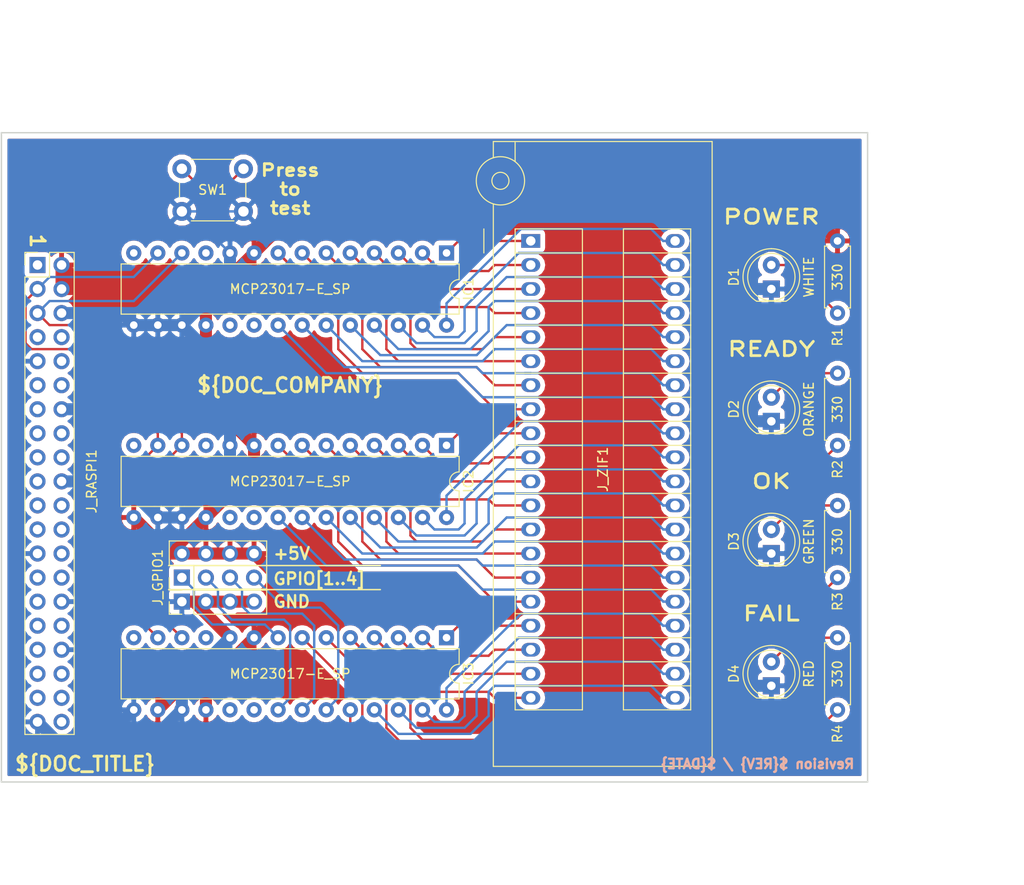
<source format=kicad_pcb>
(kicad_pcb (version 20171130) (host pcbnew "(5.0.0)")
  (title_block (title "Raspberry PI IC Tester") (date 2019-01-02) (company https://github.com/madworx))
  (layers (0 F.Cu signal) (31 B.Cu signal) (34 B.Paste user) (36 B.SilkS user) (37 F.SilkS user) (38 B.Mask user) (39 F.Mask user) (44 Edge.Cuts user))
  (net 0 "")
  (net 1 "Net-(J_RASPI1-Pad1)")
  (net 2 "Net-(J_RASPI1-Pad7)")
  (net 3 "Net-(J_RASPI1-Pad8)")
  (net 4 "Net-(J_RASPI1-Pad10)")
  (net 5 "Net-(J_RASPI1-Pad11)")
  (net 6 "Net-(J_RASPI1-Pad12)")
  (net 7 "Net-(J_RASPI1-Pad13)")
  (net 8 "Net-(J_RASPI1-Pad15)")
  (net 9 "Net-(J_RASPI1-Pad16)")
  (net 10 "Net-(J_RASPI1-Pad17)")
  (net 11 "Net-(J_RASPI1-Pad18)")
  (net 12 "Net-(J_RASPI1-Pad19)")
  (net 13 "Net-(J_RASPI1-Pad21)")
  (net 14 "Net-(J_RASPI1-Pad22)")
  (net 15 "Net-(J_RASPI1-Pad23)")
  (net 16 "Net-(J_RASPI1-Pad24)")
  (net 17 "Net-(J_RASPI1-Pad26)")
  (net 18 "Net-(J_RASPI1-Pad27)")
  (net 19 "Net-(J_RASPI1-Pad28)")
  (net 20 "Net-(J_RASPI1-Pad29)")
  (net 21 "Net-(J_RASPI1-Pad31)")
  (net 22 "Net-(J_RASPI1-Pad32)")
  (net 23 "Net-(J_RASPI1-Pad33)")
  (net 24 "Net-(J_RASPI1-Pad35)")
  (net 25 "Net-(J_RASPI1-Pad36)")
  (net 26 "Net-(J_RASPI1-Pad37)")
  (net 27 "Net-(J_RASPI1-Pad38)")
  (net 28 "Net-(J_RASPI1-Pad40)")
  (net 29 /ZIF01)
  (net 30 /ZIF21)
  (net 31 /ZIF02)
  (net 32 /ZIF22)
  (net 33 /ZIF03)
  (net 34 /ZIF23)
  (net 35 /ZIF04)
  (net 36 /ZIF24)
  (net 37 /ZIF05)
  (net 38 /ZIF25)
  (net 39 /ZIF06)
  (net 40 /ZIF26)
  (net 41 /ZIF07)
  (net 42 /ZIF27)
  (net 43 /ZIF08)
  (net 44 /ZIF28)
  (net 45 /ZIF09)
  (net 46 /ZIF29)
  (net 47 /ZIF10)
  (net 48 /ZIF30)
  (net 49 /ZIF11)
  (net 50 /ZIF31)
  (net 51 /ZIF12)
  (net 52 /ZIF32)
  (net 53 /ZIF13)
  (net 54 /ZIF33)
  (net 55 /ZIF14)
  (net 56 /ZIF34)
  (net 57 /ZIF15)
  (net 58 /ZIF35)
  (net 59 /ZIF16)
  (net 60 /ZIF36)
  (net 61 /ZIF17)
  (net 62 /ZIF37)
  (net 63 /ZIF18)
  (net 64 /ZIF38)
  (net 65 /ZIF19)
  (net 66 /ZIF39)
  (net 67 /ZIF20)
  (net 68 /ZIF40)
  (net 69 VDD)
  (net 70 GND)
  (net 71 /LED_RDY)
  (net 72 /LED_OK)
  (net 73 /LED_FAIL)
  (net 74 /SCL)
  (net 75 /SDA)
  (net 76 "Net-(D1-Pad2)")
  (net 77 "Net-(D2-Pad2)")
  (net 78 "Net-(D3-Pad2)")
  (net 79 "Net-(D4-Pad2)")
  (net 80 /GPIO3)
  (net 81 /GPIO2)
  (net 82 /GPIO1)
  (net 83 /GPIO4)
  (net 84 "Net-(IC3-Pad24)")
  (module Connector_PinHeader_2.54mm:PinHeader_1x04_P2.54mm_Vertical (layer F.Cu) (at 40.005 78.105 90)
    (fp_text reference J1 hide)
    (fp_text value Conn_01x04 hide)
    (pad 1 thru_hole rect (at 0 0 90) (size 1.7 1.7) (drill 1) (layers *.Cu *.Mask) (net 70 GND))
    (pad 2 thru_hole oval (at 0 2.54 90) (size 1.7 1.7) (drill 1) (layers *.Cu *.Mask) (net 70 GND))
    (pad 3 thru_hole oval (at 0 5.08 90) (size 1.7 1.7) (drill 1) (layers *.Cu *.Mask) (net 70 GND))
    (pad 4 thru_hole oval (at 0 7.62 90) (size 1.7 1.7) (drill 1) (layers *.Cu *.Mask) (net 70 GND))
  )
  (module Button_Switch_THT:SW_PUSH_6mm_H13mm (layer F.Cu) (at 40.005 32.385)
    (fp_text reference SW1 (at 3.25 2.2225) (layer F.SilkS))
    (fp_text value SW_SPST)
    (pad 2 thru_hole circle (at 0 4.5 90) (size 2 2) (drill 1.1) (layers *.Cu *.Mask) (net 70 GND))
    (pad 1 thru_hole circle (at 0 0 90) (size 2 2) (drill 1.1) (layers *.Cu *.Mask) (net 84 "Net-(IC3-Pad24)"))
    (pad 2 thru_hole circle (at 6.5 4.5 90) (size 2 2) (drill 1.1) (layers *.Cu *.Mask) (net 70 GND))
    (pad 1 thru_hole circle (at 6.5 0 90) (size 2 2) (drill 1.1) (layers *.Cu *.Mask) (net 84 "Net-(IC3-Pad24)"))
  )
  (module LED_THT:LED_D5.0mm (layer F.Cu) (at 102.235 86.995 90)
    (fp_text reference D4 (at 1.27 -3.96 90) (layer F.SilkS))
    (fp_text value RED (at 1.27 3.96 90) (layer F.SilkS))
    (pad 1 thru_hole rect (at 0 0 90) (size 1.8 1.8) (drill 0.9) (layers *.Cu *.Mask) (net 70 GND))
    (pad 2 thru_hole circle (at 2.54 0 90) (size 1.8 1.8) (drill 0.9) (layers *.Cu *.Mask) (net 79 "Net-(D4-Pad2)"))
  )
  (module LED_THT:LED_D5.0mm (layer F.Cu) (at 102.235 73.025 90)
    (fp_text reference D3 (at 1.27 -3.96 90) (layer F.SilkS))
    (fp_text value GREEN (at 1.27 3.96 90) (layer F.SilkS))
    (pad 2 thru_hole circle (at 2.54 0 90) (size 1.8 1.8) (drill 0.9) (layers *.Cu *.Mask) (net 78 "Net-(D3-Pad2)"))
    (pad 1 thru_hole rect (at 0 0 90) (size 1.8 1.8) (drill 0.9) (layers *.Cu *.Mask) (net 70 GND))
  )
  (module LED_THT:LED_D5.0mm (layer F.Cu) (at 102.235 59.055 90)
    (fp_text reference D2 (at 1.27 -3.96 90) (layer F.SilkS))
    (fp_text value ORANGE (at 1.27 3.96 90) (layer F.SilkS))
    (pad 1 thru_hole rect (at 0 0 90) (size 1.8 1.8) (drill 0.9) (layers *.Cu *.Mask) (net 70 GND))
    (pad 2 thru_hole circle (at 2.54 0 90) (size 1.8 1.8) (drill 0.9) (layers *.Cu *.Mask) (net 77 "Net-(D2-Pad2)"))
  )
  (module LED_THT:LED_D5.0mm_Clear (layer F.Cu) (at 102.235 45.085 90)
    (fp_text reference D1 (at 1.27 -3.96 90) (layer F.SilkS))
    (fp_text value WHITE (at 1.27 3.96 90) (layer F.SilkS))
    (pad 1 thru_hole rect (at 0 0 90) (size 1.8 1.8) (drill 0.9) (layers *.Cu *.Mask) (net 70 GND))
    (pad 2 thru_hole circle (at 2.54 0 90) (size 1.8 1.8) (drill 0.9) (layers *.Cu *.Mask) (net 76 "Net-(D1-Pad2)"))
  )
  (module Connector_PinHeader_2.54mm:PinHeader_2x04_P2.54mm_Vertical (layer F.Cu) (at 40.005 75.565 90)
    (fp_text reference J_GPIO1 (at 0 -2.54 90) (layer F.SilkS))
    (fp_text value Conn_02x04_Odd_Even hide)
    (pad 1 thru_hole rect (at 0 0 90) (size 1.7 1.7) (drill 1) (layers *.Cu *.Mask) (net 82 /GPIO1))
    (pad 2 thru_hole oval (at 2.54 0 90) (size 1.7 1.7) (drill 1) (layers *.Cu *.Mask) (net 69 VDD))
    (pad 3 thru_hole oval (at 0 2.54 90) (size 1.7 1.7) (drill 1) (layers *.Cu *.Mask) (net 81 /GPIO2))
    (pad 4 thru_hole oval (at 2.54 2.54 90) (size 1.7 1.7) (drill 1) (layers *.Cu *.Mask) (net 69 VDD))
    (pad 5 thru_hole oval (at 0 5.08 90) (size 1.7 1.7) (drill 1) (layers *.Cu *.Mask) (net 80 /GPIO3))
    (pad 6 thru_hole oval (at 2.54 5.08 90) (size 1.7 1.7) (drill 1) (layers *.Cu *.Mask) (net 69 VDD))
    (pad 7 thru_hole oval (at 0 7.62 90) (size 1.7 1.7) (drill 1) (layers *.Cu *.Mask) (net 83 /GPIO4))
    (pad 8 thru_hole oval (at 2.54 7.62 90) (size 1.7 1.7) (drill 1) (layers *.Cu *.Mask) (net 69 VDD))
  )
  (module Socket:3M_Textool_240-1288-00-0602J_2x20_P2.54mm (layer F.Cu) (at 76.835 40.005)
    (fp_text reference J_ZIF1 (at 7.62 24.13 90) (layer F.SilkS))
    (fp_text value Conn_02x20_Counter_Clockwise)
    (pad 1 thru_hole rect (at 0 0) (size 2 1.44) (drill 1) (layers *.Cu *.Mask) (net 29 /ZIF01))
    (pad 21 thru_hole oval (at 15.24 48.26) (size 2 1.44) (drill 1) (layers *.Cu *.Mask) (net 30 /ZIF21))
    (pad 2 thru_hole oval (at 0 2.54) (size 2 1.44) (drill 1) (layers *.Cu *.Mask) (net 31 /ZIF02))
    (pad 22 thru_hole oval (at 15.24 45.72) (size 2 1.44) (drill 1) (layers *.Cu *.Mask) (net 32 /ZIF22))
    (pad 3 thru_hole oval (at 0 5.08) (size 2 1.44) (drill 1) (layers *.Cu *.Mask) (net 33 /ZIF03))
    (pad 23 thru_hole oval (at 15.24 43.18) (size 2 1.44) (drill 1) (layers *.Cu *.Mask) (net 34 /ZIF23))
    (pad 4 thru_hole oval (at 0 7.62) (size 2 1.44) (drill 1) (layers *.Cu *.Mask) (net 35 /ZIF04))
    (pad 24 thru_hole oval (at 15.24 40.64) (size 2 1.44) (drill 1) (layers *.Cu *.Mask) (net 36 /ZIF24))
    (pad 5 thru_hole oval (at 0 10.16) (size 2 1.44) (drill 1) (layers *.Cu *.Mask) (net 37 /ZIF05))
    (pad 25 thru_hole oval (at 15.24 38.1) (size 2 1.44) (drill 1) (layers *.Cu *.Mask) (net 38 /ZIF25))
    (pad 6 thru_hole oval (at 0 12.7) (size 2 1.44) (drill 1) (layers *.Cu *.Mask) (net 39 /ZIF06))
    (pad 26 thru_hole oval (at 15.24 35.56) (size 2 1.44) (drill 1) (layers *.Cu *.Mask) (net 40 /ZIF26))
    (pad 7 thru_hole oval (at 0 15.24) (size 2 1.44) (drill 1) (layers *.Cu *.Mask) (net 41 /ZIF07))
    (pad 27 thru_hole oval (at 15.24 33.02) (size 2 1.44) (drill 1) (layers *.Cu *.Mask) (net 42 /ZIF27))
    (pad 8 thru_hole oval (at 0 17.78) (size 2 1.44) (drill 1) (layers *.Cu *.Mask) (net 43 /ZIF08))
    (pad 28 thru_hole oval (at 15.24 30.48) (size 2 1.44) (drill 1) (layers *.Cu *.Mask) (net 44 /ZIF28))
    (pad 9 thru_hole oval (at 0 20.32) (size 2 1.44) (drill 1) (layers *.Cu *.Mask) (net 45 /ZIF09))
    (pad 29 thru_hole oval (at 15.24 27.94) (size 2 1.44) (drill 1) (layers *.Cu *.Mask) (net 46 /ZIF29))
    (pad 10 thru_hole oval (at 0 22.86) (size 2 1.44) (drill 1) (layers *.Cu *.Mask) (net 47 /ZIF10))
    (pad 30 thru_hole oval (at 15.24 25.4) (size 2 1.44) (drill 1) (layers *.Cu *.Mask) (net 48 /ZIF30))
    (pad 11 thru_hole oval (at 0 25.4) (size 2 1.44) (drill 1) (layers *.Cu *.Mask) (net 49 /ZIF11))
    (pad 31 thru_hole oval (at 15.24 22.86) (size 2 1.44) (drill 1) (layers *.Cu *.Mask) (net 50 /ZIF31))
    (pad 12 thru_hole oval (at 0 27.94) (size 2 1.44) (drill 1) (layers *.Cu *.Mask) (net 51 /ZIF12))
    (pad 32 thru_hole oval (at 15.24 20.32) (size 2 1.44) (drill 1) (layers *.Cu *.Mask) (net 52 /ZIF32))
    (pad 13 thru_hole oval (at 0 30.48) (size 2 1.44) (drill 1) (layers *.Cu *.Mask) (net 53 /ZIF13))
    (pad 33 thru_hole oval (at 15.24 17.78) (size 2 1.44) (drill 1) (layers *.Cu *.Mask) (net 54 /ZIF33))
    (pad 14 thru_hole oval (at 0 33.02) (size 2 1.44) (drill 1) (layers *.Cu *.Mask) (net 55 /ZIF14))
    (pad 34 thru_hole oval (at 15.24 15.24) (size 2 1.44) (drill 1) (layers *.Cu *.Mask) (net 56 /ZIF34))
    (pad 15 thru_hole oval (at 0 35.56) (size 2 1.44) (drill 1) (layers *.Cu *.Mask) (net 57 /ZIF15))
    (pad 35 thru_hole oval (at 15.24 12.7) (size 2 1.44) (drill 1) (layers *.Cu *.Mask) (net 58 /ZIF35))
    (pad 16 thru_hole oval (at 0 38.1) (size 2 1.44) (drill 1) (layers *.Cu *.Mask) (net 59 /ZIF16))
    (pad 36 thru_hole oval (at 15.24 10.16) (size 2 1.44) (drill 1) (layers *.Cu *.Mask) (net 60 /ZIF36))
    (pad 17 thru_hole oval (at 0 40.64) (size 2 1.44) (drill 1) (layers *.Cu *.Mask) (net 61 /ZIF17))
    (pad 37 thru_hole oval (at 15.24 7.62) (size 2 1.44) (drill 1) (layers *.Cu *.Mask) (net 62 /ZIF37))
    (pad 18 thru_hole oval (at 0 43.18) (size 2 1.44) (drill 1) (layers *.Cu *.Mask) (net 63 /ZIF18))
    (pad 38 thru_hole oval (at 15.24 5.08) (size 2 1.44) (drill 1) (layers *.Cu *.Mask) (net 64 /ZIF38))
    (pad 19 thru_hole oval (at 0 45.72) (size 2 1.44) (drill 1) (layers *.Cu *.Mask) (net 65 /ZIF19))
    (pad 39 thru_hole oval (at 15.24 2.54) (size 2 1.44) (drill 1) (layers *.Cu *.Mask) (net 66 /ZIF39))
    (pad 20 thru_hole oval (at 0 48.26) (size 2 1.44) (drill 1) (layers *.Cu *.Mask) (net 67 /ZIF20))
    (pad 40 thru_hole oval (at 15.24 0) (size 2 1.44) (drill 1) (layers *.Cu *.Mask) (net 68 /ZIF40))
  )
  (module Package_DIP:DIP-28_W7.62mm (layer F.Cu) (at 67.945 61.595 270)
    (fp_text reference IC2 (at 3.81 -2.33 270) (layer F.SilkS))
    (fp_text value MCP23017-E_SP)
    (fp_text user %V (at 3.81 16.51) (layer F.SilkS))
    (pad 28 thru_hole oval (at 7.62 0 270) (size 1.6 1.6) (drill 0.8) (layers *.Cu *.Mask) (net 52 /ZIF32))
    (pad "" thru_hole oval (at 0 33.02 270) (size 1.6 1.6) (drill 0.8) (layers *.Cu *.Mask))
    (pad 27 thru_hole oval (at 7.62 2.54 270) (size 1.6 1.6) (drill 0.8) (layers *.Cu *.Mask) (net 50 /ZIF31))
    (pad 13 thru_hole oval (at 0 30.48 270) (size 1.6 1.6) (drill 0.8) (layers *.Cu *.Mask) (net 75 /SDA))
    (pad 26 thru_hole oval (at 7.62 5.08 270) (size 1.6 1.6) (drill 0.8) (layers *.Cu *.Mask) (net 48 /ZIF30))
    (pad 12 thru_hole oval (at 0 27.94 270) (size 1.6 1.6) (drill 0.8) (layers *.Cu *.Mask) (net 74 /SCL))
    (pad 25 thru_hole oval (at 7.62 7.62 270) (size 1.6 1.6) (drill 0.8) (layers *.Cu *.Mask) (net 46 /ZIF29))
    (pad "" thru_hole oval (at 0 25.4 270) (size 1.6 1.6) (drill 0.8) (layers *.Cu *.Mask))
    (pad 24 thru_hole oval (at 7.62 10.16 270) (size 1.6 1.6) (drill 0.8) (layers *.Cu *.Mask) (net 44 /ZIF28))
    (pad 10 thru_hole oval (at 0 22.86 270) (size 1.6 1.6) (drill 0.8) (layers *.Cu *.Mask) (net 70 GND))
    (pad 23 thru_hole oval (at 7.62 12.7 270) (size 1.6 1.6) (drill 0.8) (layers *.Cu *.Mask) (net 42 /ZIF27))
    (pad 9 thru_hole oval (at 0 20.32 270) (size 1.6 1.6) (drill 0.8) (layers *.Cu *.Mask) (net 69 VDD))
    (pad 22 thru_hole oval (at 7.62 15.24 270) (size 1.6 1.6) (drill 0.8) (layers *.Cu *.Mask) (net 40 /ZIF26))
    (pad 8 thru_hole oval (at 0 17.78 270) (size 1.6 1.6) (drill 0.8) (layers *.Cu *.Mask) (net 59 /ZIF16))
    (pad 21 thru_hole oval (at 7.62 17.78 270) (size 1.6 1.6) (drill 0.8) (layers *.Cu *.Mask) (net 38 /ZIF25))
    (pad 7 thru_hole oval (at 0 15.24 270) (size 1.6 1.6) (drill 0.8) (layers *.Cu *.Mask) (net 57 /ZIF15))
    (pad "" thru_hole oval (at 7.62 20.32 270) (size 1.6 1.6) (drill 0.8) (layers *.Cu *.Mask))
    (pad 6 thru_hole oval (at 0 12.7 270) (size 1.6 1.6) (drill 0.8) (layers *.Cu *.Mask) (net 55 /ZIF14))
    (pad "" thru_hole oval (at 7.62 22.86 270) (size 1.6 1.6) (drill 0.8) (layers *.Cu *.Mask))
    (pad 5 thru_hole oval (at 0 10.16 270) (size 1.6 1.6) (drill 0.8) (layers *.Cu *.Mask) (net 53 /ZIF13))
    (pad 18 thru_hole oval (at 7.62 25.4 270) (size 1.6 1.6) (drill 0.8) (layers *.Cu *.Mask) (net 69 VDD))
    (pad 4 thru_hole oval (at 0 7.62 270) (size 1.6 1.6) (drill 0.8) (layers *.Cu *.Mask) (net 51 /ZIF12))
    (pad 17 thru_hole oval (at 7.62 27.94 270) (size 1.6 1.6) (drill 0.8) (layers *.Cu *.Mask) (net 70 GND))
    (pad 3 thru_hole oval (at 0 5.08 270) (size 1.6 1.6) (drill 0.8) (layers *.Cu *.Mask) (net 49 /ZIF11))
    (pad 16 thru_hole oval (at 7.62 30.48 270) (size 1.6 1.6) (drill 0.8) (layers *.Cu *.Mask) (net 70 GND))
    (pad 2 thru_hole oval (at 0 2.54 270) (size 1.6 1.6) (drill 0.8) (layers *.Cu *.Mask) (net 47 /ZIF10))
    (pad 15 thru_hole oval (at 7.62 33.02 270) (size 1.6 1.6) (drill 0.8) (layers *.Cu *.Mask) (net 69 VDD))
    (pad 1 thru_hole rect (at 0 0 270) (size 1.6 1.6) (drill 0.8) (layers *.Cu *.Mask) (net 45 /ZIF09))
  )
  (module Resistor_THT:R_Axial_DIN0207_L6.3mm_D2.5mm_P7.62mm_Horizontal (layer F.Cu) (at 109.22 47.625 90)
    (fp_text reference R1 (at -2.54 0 90) (layer F.SilkS))
    (fp_text value 330)
    (fp_text user %V (at 3.81 0 90) (layer F.SilkS))
    (pad 2 thru_hole oval (at 7.62 0 90) (size 1.6 1.6) (drill 0.8) (layers *.Cu *.Mask) (net 69 VDD))
    (pad 1 thru_hole circle (at 0 0 90) (size 1.6 1.6) (drill 0.8) (layers *.Cu *.Mask) (net 76 "Net-(D1-Pad2)"))
  )
  (module Resistor_THT:R_Axial_DIN0207_L6.3mm_D2.5mm_P7.62mm_Horizontal (layer F.Cu) (at 109.22 81.915 270)
    (fp_text reference R4 (at 10.16 0 270) (layer F.SilkS))
    (fp_text value 330)
    (fp_text user %V (at 3.81 0 270) (layer F.SilkS))
    (pad 1 thru_hole circle (at 0 0 270) (size 1.6 1.6) (drill 0.8) (layers *.Cu *.Mask) (net 79 "Net-(D4-Pad2)"))
    (pad 2 thru_hole oval (at 7.62 0 270) (size 1.6 1.6) (drill 0.8) (layers *.Cu *.Mask) (net 73 /LED_FAIL))
  )
  (module Resistor_THT:R_Axial_DIN0207_L6.3mm_D2.5mm_P7.62mm_Horizontal (layer F.Cu) (at 109.22 67.945 270)
    (fp_text reference R3 (at 10.16 0 270) (layer F.SilkS))
    (fp_text value 330)
    (fp_text user %V (at 3.81 0 270) (layer F.SilkS))
    (pad 2 thru_hole oval (at 7.62 0 270) (size 1.6 1.6) (drill 0.8) (layers *.Cu *.Mask) (net 72 /LED_OK))
    (pad 1 thru_hole circle (at 0 0 270) (size 1.6 1.6) (drill 0.8) (layers *.Cu *.Mask) (net 78 "Net-(D3-Pad2)"))
  )
  (module Resistor_THT:R_Axial_DIN0207_L6.3mm_D2.5mm_P7.62mm_Horizontal (layer F.Cu) (at 109.22 53.975 270)
    (fp_text reference R2 (at 10.16 0 270) (layer F.SilkS))
    (fp_text value 330)
    (fp_text user %V (at 3.81 0 270) (layer F.SilkS))
    (pad 1 thru_hole circle (at 0 0 270) (size 1.6 1.6) (drill 0.8) (layers *.Cu *.Mask) (net 77 "Net-(D2-Pad2)"))
    (pad 2 thru_hole oval (at 7.62 0 270) (size 1.6 1.6) (drill 0.8) (layers *.Cu *.Mask) (net 71 /LED_RDY))
  )
  (module Connector_PinHeader_2.54mm:PinHeader_2x20_P2.54mm_Vertical (layer F.Cu) (at 24.765 42.545)
    (fp_text reference J_RASPI1 (at 5.715 22.86 90) (layer F.SilkS))
    (fp_text value Raspberry_Pi_2_3 hide)
    (pad 1 thru_hole rect (at 0 0) (size 1.7 1.7) (drill 1) (layers *.Cu *.Mask) (net 1 "Net-(J_RASPI1-Pad1)"))
    (pad 2 thru_hole oval (at 2.54 0) (size 1.7 1.7) (drill 1) (layers *.Cu *.Mask) (net 69 VDD))
    (pad 3 thru_hole oval (at 0 2.54) (size 1.7 1.7) (drill 1) (layers *.Cu *.Mask) (net 75 /SDA))
    (pad 4 thru_hole oval (at 2.54 2.54) (size 1.7 1.7) (drill 1) (layers *.Cu *.Mask) (net 69 VDD))
    (pad 5 thru_hole oval (at 0 5.08) (size 1.7 1.7) (drill 1) (layers *.Cu *.Mask) (net 74 /SCL))
    (pad 6 thru_hole oval (at 2.54 5.08) (size 1.7 1.7) (drill 1) (layers *.Cu *.Mask) (net 70 GND))
    (pad 7 thru_hole oval (at 0 7.62) (size 1.7 1.7) (drill 1) (layers *.Cu *.Mask) (net 2 "Net-(J_RASPI1-Pad7)"))
    (pad 8 thru_hole oval (at 2.54 7.62) (size 1.7 1.7) (drill 1) (layers *.Cu *.Mask) (net 3 "Net-(J_RASPI1-Pad8)"))
    (pad 9 thru_hole oval (at 0 10.16) (size 1.7 1.7) (drill 1) (layers *.Cu *.Mask) (net 70 GND))
    (pad 10 thru_hole oval (at 2.54 10.16) (size 1.7 1.7) (drill 1) (layers *.Cu *.Mask) (net 4 "Net-(J_RASPI1-Pad10)"))
    (pad 11 thru_hole oval (at 0 12.7) (size 1.7 1.7) (drill 1) (layers *.Cu *.Mask) (net 5 "Net-(J_RASPI1-Pad11)"))
    (pad 12 thru_hole oval (at 2.54 12.7) (size 1.7 1.7) (drill 1) (layers *.Cu *.Mask) (net 6 "Net-(J_RASPI1-Pad12)"))
    (pad 13 thru_hole oval (at 0 15.24) (size 1.7 1.7) (drill 1) (layers *.Cu *.Mask) (net 7 "Net-(J_RASPI1-Pad13)"))
    (pad 14 thru_hole oval (at 2.54 15.24) (size 1.7 1.7) (drill 1) (layers *.Cu *.Mask) (net 70 GND))
    (pad 15 thru_hole oval (at 0 17.78) (size 1.7 1.7) (drill 1) (layers *.Cu *.Mask) (net 8 "Net-(J_RASPI1-Pad15)"))
    (pad 16 thru_hole oval (at 2.54 17.78) (size 1.7 1.7) (drill 1) (layers *.Cu *.Mask) (net 9 "Net-(J_RASPI1-Pad16)"))
    (pad 17 thru_hole oval (at 0 20.32) (size 1.7 1.7) (drill 1) (layers *.Cu *.Mask) (net 10 "Net-(J_RASPI1-Pad17)"))
    (pad 18 thru_hole oval (at 2.54 20.32) (size 1.7 1.7) (drill 1) (layers *.Cu *.Mask) (net 11 "Net-(J_RASPI1-Pad18)"))
    (pad 19 thru_hole oval (at 0 22.86) (size 1.7 1.7) (drill 1) (layers *.Cu *.Mask) (net 12 "Net-(J_RASPI1-Pad19)"))
    (pad 20 thru_hole oval (at 2.54 22.86) (size 1.7 1.7) (drill 1) (layers *.Cu *.Mask) (net 70 GND))
    (pad 21 thru_hole oval (at 0 25.4) (size 1.7 1.7) (drill 1) (layers *.Cu *.Mask) (net 13 "Net-(J_RASPI1-Pad21)"))
    (pad 22 thru_hole oval (at 2.54 25.4) (size 1.7 1.7) (drill 1) (layers *.Cu *.Mask) (net 14 "Net-(J_RASPI1-Pad22)"))
    (pad 23 thru_hole oval (at 0 27.94) (size 1.7 1.7) (drill 1) (layers *.Cu *.Mask) (net 15 "Net-(J_RASPI1-Pad23)"))
    (pad 24 thru_hole oval (at 2.54 27.94) (size 1.7 1.7) (drill 1) (layers *.Cu *.Mask) (net 16 "Net-(J_RASPI1-Pad24)"))
    (pad 25 thru_hole oval (at 0 30.48) (size 1.7 1.7) (drill 1) (layers *.Cu *.Mask) (net 70 GND))
    (pad 26 thru_hole oval (at 2.54 30.48) (size 1.7 1.7) (drill 1) (layers *.Cu *.Mask) (net 17 "Net-(J_RASPI1-Pad26)"))
    (pad 27 thru_hole oval (at 0 33.02) (size 1.7 1.7) (drill 1) (layers *.Cu *.Mask) (net 18 "Net-(J_RASPI1-Pad27)"))
    (pad 28 thru_hole oval (at 2.54 33.02) (size 1.7 1.7) (drill 1) (layers *.Cu *.Mask) (net 19 "Net-(J_RASPI1-Pad28)"))
    (pad 29 thru_hole oval (at 0 35.56) (size 1.7 1.7) (drill 1) (layers *.Cu *.Mask) (net 20 "Net-(J_RASPI1-Pad29)"))
    (pad 30 thru_hole oval (at 2.54 35.56) (size 1.7 1.7) (drill 1) (layers *.Cu *.Mask) (net 70 GND))
    (pad 31 thru_hole oval (at 0 38.1) (size 1.7 1.7) (drill 1) (layers *.Cu *.Mask) (net 21 "Net-(J_RASPI1-Pad31)"))
    (pad 32 thru_hole oval (at 2.54 38.1) (size 1.7 1.7) (drill 1) (layers *.Cu *.Mask) (net 22 "Net-(J_RASPI1-Pad32)"))
    (pad 33 thru_hole oval (at 0 40.64) (size 1.7 1.7) (drill 1) (layers *.Cu *.Mask) (net 23 "Net-(J_RASPI1-Pad33)"))
    (pad 34 thru_hole oval (at 2.54 40.64) (size 1.7 1.7) (drill 1) (layers *.Cu *.Mask) (net 70 GND))
    (pad 35 thru_hole oval (at 0 43.18) (size 1.7 1.7) (drill 1) (layers *.Cu *.Mask) (net 24 "Net-(J_RASPI1-Pad35)"))
    (pad 36 thru_hole oval (at 2.54 43.18) (size 1.7 1.7) (drill 1) (layers *.Cu *.Mask) (net 25 "Net-(J_RASPI1-Pad36)"))
    (pad 37 thru_hole oval (at 0 45.72) (size 1.7 1.7) (drill 1) (layers *.Cu *.Mask) (net 26 "Net-(J_RASPI1-Pad37)"))
    (pad 38 thru_hole oval (at 2.54 45.72) (size 1.7 1.7) (drill 1) (layers *.Cu *.Mask) (net 27 "Net-(J_RASPI1-Pad38)"))
    (pad 39 thru_hole oval (at 0 48.26) (size 1.7 1.7) (drill 1) (layers *.Cu *.Mask) (net 70 GND))
    (pad 40 thru_hole oval (at 2.54 48.26) (size 1.7 1.7) (drill 1) (layers *.Cu *.Mask) (net 28 "Net-(J_RASPI1-Pad40)"))
  )
  (module Package_DIP:DIP-28_W7.62mm (layer F.Cu) (at 67.945 41.275 270)
    (fp_text reference IC1 (at 3.81 -2.33 270) (layer F.SilkS))
    (fp_text value MCP23017-E_SP)
    (fp_text user %V (at 3.81 16.51) (layer F.SilkS))
    (pad 1 thru_hole rect (at 0 0 270) (size 1.6 1.6) (drill 0.8) (layers *.Cu *.Mask) (net 29 /ZIF01))
    (pad 15 thru_hole oval (at 7.62 33.02 270) (size 1.6 1.6) (drill 0.8) (layers *.Cu *.Mask) (net 70 GND))
    (pad 2 thru_hole oval (at 0 2.54 270) (size 1.6 1.6) (drill 0.8) (layers *.Cu *.Mask) (net 31 /ZIF02))
    (pad 16 thru_hole oval (at 7.62 30.48 270) (size 1.6 1.6) (drill 0.8) (layers *.Cu *.Mask) (net 70 GND))
    (pad 3 thru_hole oval (at 0 5.08 270) (size 1.6 1.6) (drill 0.8) (layers *.Cu *.Mask) (net 33 /ZIF03))
    (pad 17 thru_hole oval (at 7.62 27.94 270) (size 1.6 1.6) (drill 0.8) (layers *.Cu *.Mask) (net 70 GND))
    (pad 4 thru_hole oval (at 0 7.62 270) (size 1.6 1.6) (drill 0.8) (layers *.Cu *.Mask) (net 35 /ZIF04))
    (pad 18 thru_hole oval (at 7.62 25.4 270) (size 1.6 1.6) (drill 0.8) (layers *.Cu *.Mask) (net 69 VDD))
    (pad 5 thru_hole oval (at 0 10.16 270) (size 1.6 1.6) (drill 0.8) (layers *.Cu *.Mask) (net 37 /ZIF05))
    (pad "" thru_hole oval (at 7.62 22.86 270) (size 1.6 1.6) (drill 0.8) (layers *.Cu *.Mask))
    (pad 6 thru_hole oval (at 0 12.7 270) (size 1.6 1.6) (drill 0.8) (layers *.Cu *.Mask) (net 39 /ZIF06))
    (pad "" thru_hole oval (at 7.62 20.32 270) (size 1.6 1.6) (drill 0.8) (layers *.Cu *.Mask))
    (pad 7 thru_hole oval (at 0 15.24 270) (size 1.6 1.6) (drill 0.8) (layers *.Cu *.Mask) (net 41 /ZIF07))
    (pad 21 thru_hole oval (at 7.62 17.78 270) (size 1.6 1.6) (drill 0.8) (layers *.Cu *.Mask) (net 54 /ZIF33))
    (pad 8 thru_hole oval (at 0 17.78 270) (size 1.6 1.6) (drill 0.8) (layers *.Cu *.Mask) (net 43 /ZIF08))
    (pad 22 thru_hole oval (at 7.62 15.24 270) (size 1.6 1.6) (drill 0.8) (layers *.Cu *.Mask) (net 56 /ZIF34))
    (pad 9 thru_hole oval (at 0 20.32 270) (size 1.6 1.6) (drill 0.8) (layers *.Cu *.Mask) (net 69 VDD))
    (pad 23 thru_hole oval (at 7.62 12.7 270) (size 1.6 1.6) (drill 0.8) (layers *.Cu *.Mask) (net 58 /ZIF35))
    (pad 10 thru_hole oval (at 0 22.86 270) (size 1.6 1.6) (drill 0.8) (layers *.Cu *.Mask) (net 70 GND))
    (pad 24 thru_hole oval (at 7.62 10.16 270) (size 1.6 1.6) (drill 0.8) (layers *.Cu *.Mask) (net 60 /ZIF36))
    (pad "" thru_hole oval (at 0 25.4 270) (size 1.6 1.6) (drill 0.8) (layers *.Cu *.Mask))
    (pad 25 thru_hole oval (at 7.62 7.62 270) (size 1.6 1.6) (drill 0.8) (layers *.Cu *.Mask) (net 62 /ZIF37))
    (pad 12 thru_hole oval (at 0 27.94 270) (size 1.6 1.6) (drill 0.8) (layers *.Cu *.Mask) (net 74 /SCL))
    (pad 26 thru_hole oval (at 7.62 5.08 270) (size 1.6 1.6) (drill 0.8) (layers *.Cu *.Mask) (net 64 /ZIF38))
    (pad 13 thru_hole oval (at 0 30.48 270) (size 1.6 1.6) (drill 0.8) (layers *.Cu *.Mask) (net 75 /SDA))
    (pad 27 thru_hole oval (at 7.62 2.54 270) (size 1.6 1.6) (drill 0.8) (layers *.Cu *.Mask) (net 66 /ZIF39))
    (pad "" thru_hole oval (at 0 33.02 270) (size 1.6 1.6) (drill 0.8) (layers *.Cu *.Mask))
    (pad 28 thru_hole oval (at 7.62 0 270) (size 1.6 1.6) (drill 0.8) (layers *.Cu *.Mask) (net 68 /ZIF40))
  )
  (module Package_DIP:DIP-28_W7.62mm (layer F.Cu) (at 67.945 81.915 270)
    (fp_text reference IC3 (at 3.81 -2.33 270) (layer F.SilkS))
    (fp_text value MCP23017-E_SP)
    (fp_text user %V (at 3.81 16.51) (layer F.SilkS))
    (pad 1 thru_hole rect (at 0 0 270) (size 1.6 1.6) (drill 0.8) (layers *.Cu *.Mask) (net 61 /ZIF17))
    (pad 15 thru_hole oval (at 7.62 33.02 270) (size 1.6 1.6) (drill 0.8) (layers *.Cu *.Mask) (net 70 GND))
    (pad 2 thru_hole oval (at 0 2.54 270) (size 1.6 1.6) (drill 0.8) (layers *.Cu *.Mask) (net 63 /ZIF18))
    (pad 16 thru_hole oval (at 7.62 30.48 270) (size 1.6 1.6) (drill 0.8) (layers *.Cu *.Mask) (net 69 VDD))
    (pad 3 thru_hole oval (at 0 5.08 270) (size 1.6 1.6) (drill 0.8) (layers *.Cu *.Mask) (net 65 /ZIF19))
    (pad 17 thru_hole oval (at 7.62 27.94 270) (size 1.6 1.6) (drill 0.8) (layers *.Cu *.Mask) (net 70 GND))
    (pad 4 thru_hole oval (at 0 7.62 270) (size 1.6 1.6) (drill 0.8) (layers *.Cu *.Mask) (net 67 /ZIF20))
    (pad 18 thru_hole oval (at 7.62 25.4 270) (size 1.6 1.6) (drill 0.8) (layers *.Cu *.Mask) (net 69 VDD))
    (pad 5 thru_hole oval (at 0 10.16 270) (size 1.6 1.6) (drill 0.8) (layers *.Cu *.Mask) (net 71 /LED_RDY))
    (pad "" thru_hole oval (at 7.62 22.86 270) (size 1.6 1.6) (drill 0.8) (layers *.Cu *.Mask))
    (pad 6 thru_hole oval (at 0 12.7 270) (size 1.6 1.6) (drill 0.8) (layers *.Cu *.Mask) (net 72 /LED_OK))
    (pad "" thru_hole oval (at 7.62 20.32 270) (size 1.6 1.6) (drill 0.8) (layers *.Cu *.Mask))
    (pad 7 thru_hole oval (at 0 15.24 270) (size 1.6 1.6) (drill 0.8) (layers *.Cu *.Mask) (net 73 /LED_FAIL))
    (pad 21 thru_hole oval (at 7.62 17.78 270) (size 1.6 1.6) (drill 0.8) (layers *.Cu *.Mask) (net 81 /GPIO2))
    (pad 8 thru_hole oval (at 0 17.78 270) (size 1.6 1.6) (drill 0.8) (layers *.Cu *.Mask) (net 82 /GPIO1))
    (pad 22 thru_hole oval (at 7.62 15.24 270) (size 1.6 1.6) (drill 0.8) (layers *.Cu *.Mask) (net 80 /GPIO3))
    (pad 9 thru_hole oval (at 0 20.32 270) (size 1.6 1.6) (drill 0.8) (layers *.Cu *.Mask) (net 69 VDD))
    (pad 23 thru_hole oval (at 7.62 12.7 270) (size 1.6 1.6) (drill 0.8) (layers *.Cu *.Mask) (net 83 /GPIO4))
    (pad 10 thru_hole oval (at 0 22.86 270) (size 1.6 1.6) (drill 0.8) (layers *.Cu *.Mask) (net 70 GND))
    (pad 24 thru_hole oval (at 7.62 10.16 270) (size 1.6 1.6) (drill 0.8) (layers *.Cu *.Mask) (net 84 "Net-(IC3-Pad24)"))
    (pad "" thru_hole oval (at 0 25.4 270) (size 1.6 1.6) (drill 0.8) (layers *.Cu *.Mask))
    (pad 25 thru_hole oval (at 7.62 7.62 270) (size 1.6 1.6) (drill 0.8) (layers *.Cu *.Mask) (net 30 /ZIF21))
    (pad 12 thru_hole oval (at 0 27.94 270) (size 1.6 1.6) (drill 0.8) (layers *.Cu *.Mask) (net 74 /SCL))
    (pad 26 thru_hole oval (at 7.62 5.08 270) (size 1.6 1.6) (drill 0.8) (layers *.Cu *.Mask) (net 32 /ZIF22))
    (pad 13 thru_hole oval (at 0 30.48 270) (size 1.6 1.6) (drill 0.8) (layers *.Cu *.Mask) (net 75 /SDA))
    (pad 27 thru_hole oval (at 7.62 2.54 270) (size 1.6 1.6) (drill 0.8) (layers *.Cu *.Mask) (net 34 /ZIF23))
    (pad "" thru_hole oval (at 0 33.02 270) (size 1.6 1.6) (drill 0.8) (layers *.Cu *.Mask))
    (pad 28 thru_hole oval (at 7.62 0 270) (size 1.6 1.6) (drill 0.8) (layers *.Cu *.Mask) (net 36 /ZIF24))
  )
  (gr_text GND (at 49.53 78.105) (layer F.SilkS) (effects (font (size 1.25 1.25) (thickness 0.25)) (justify left)))
  (gr_line (start 60.96 76.835) (end 38.608 76.835) (layer F.SilkS) (width 0.15))
  (gr_text "Press\nto\ntest" (at 51.435 34.544) (layer F.SilkS) (effects (font (size 1.25 1.5) (thickness 0.3))))
  (gr_line (start 60.96 74.295) (end 38.608 74.295) (layer F.SilkS) (width 0.15))
  (gr_text 1 (at 24.765 40.005 270) (layer F.SilkS) (effects (font (size 1.5 1.5) (thickness 0.3))))
  (gr_text GPIO[1..4] (at 49.53 75.692) (layer F.SilkS) (effects (font (size 1.25 1.25) (thickness 0.25)) (justify left)))
  (gr_text +5V (at 49.53 73.025) (layer F.SilkS) (effects (font (size 1.25 1.25) (thickness 0.25)) (justify left)))
  (gr_line (start 112.395 97.155) (end 20.955 97.155) (layer Edge.Cuts) (width 0.15))
  (gr_line (start 20.955 28.575) (end 112.395 28.575) (layer Edge.Cuts) (width 0.15))
  (gr_text "Revision ${REV} / ${DATE}" (at 111.125 95.25) (layer B.SilkS) (effects (font (size 1 1) (thickness 0.25)) (justify left mirror)))
  (gr_text ${DOC_TITLE} (at 22.225 95.25) (layer F.SilkS) (effects (font (size 1.5 1.5) (thickness 0.3)) (justify left)))
  (gr_text ${DOC_COMPANY} (at 51.435 55.245) (layer F.SilkS) (effects (font (size 1.5 1.5) (thickness 0.3))))
  (gr_text READY (at 102.235 51.435) (layer F.SilkS) (effects (font (size 1.5 2) (thickness 0.3))))
  (gr_text OK (at 102.235 65.405) (layer F.SilkS) (effects (font (size 1.5 2) (thickness 0.3))))
  (gr_text FAIL (at 102.235 79.375) (layer F.SilkS) (effects (font (size 1.5 2) (thickness 0.3))))
  (gr_text POWER (at 102.235 37.465) (layer F.SilkS) (effects (font (size 1.5 2) (thickness 0.3))))
  (gr_line (start 112.395 97.155) (end 112.395 28.575) (layer Edge.Cuts) (width 0.15))
  (gr_line (start 20.955 97.155) (end 20.955 28.575) (layer Edge.Cuts) (width 0.15))
  (segment (start 69.215 40.005) (end 76.835 40.005) (width 0.25) (layer F.Cu) (net 29))
  (segment (start 67.945 41.275) (end 69.215 40.005) (width 0.25) (layer F.Cu) (net 29))
  (segment (start 62.865 92.075) (end 70.48359 92.075) (width 0.25) (layer B.Cu) (net 30))
  (segment (start 60.325 89.535) (end 62.865 92.075) (width 0.25) (layer B.Cu) (net 30))
  (segment (start 89.555 86.995) (end 90.825 88.265) (width 0.25) (layer B.Cu) (net 30))
  (segment (start 73.025 86.995) (end 89.555 86.995) (width 0.25) (layer B.Cu) (net 30))
  (segment (start 72.38859 87.63141) (end 73.025 86.995) (width 0.25) (layer B.Cu) (net 30))
  (segment (start 72.38859 90.17) (end 72.38859 87.63141) (width 0.25) (layer B.Cu) (net 30))
  (segment (start 90.825 88.265) (end 92.075 88.265) (width 0.25) (layer B.Cu) (net 30))
  (segment (start 70.48359 92.075) (end 72.38859 90.17) (width 0.25) (layer B.Cu) (net 30))
  (segment (start 67.31 43.18) (end 65.405 41.275) (width 0.25) (layer F.Cu) (net 31))
  (segment (start 72.39 43.18) (end 67.31 43.18) (width 0.25) (layer F.Cu) (net 31))
  (segment (start 73.025 42.545) (end 72.39 43.18) (width 0.25) (layer F.Cu) (net 31))
  (segment (start 76.835 42.545) (end 73.025 42.545) (width 0.25) (layer F.Cu) (net 31))
  (segment (start 71.12 87.63) (end 74.29359 84.45641) (width 0.25) (layer B.Cu) (net 32))
  (segment (start 71.12 90.17) (end 71.12 87.63) (width 0.25) (layer B.Cu) (net 32))
  (segment (start 90.825 85.725) (end 92.075 85.725) (width 0.25) (layer B.Cu) (net 32))
  (segment (start 69.85 91.44) (end 71.12 90.17) (width 0.25) (layer B.Cu) (net 32))
  (segment (start 89.555 84.455) (end 90.825 85.725) (width 0.25) (layer B.Cu) (net 32))
  (segment (start 74.29359 84.45641) (end 76.2 84.45641) (width 0.25) (layer B.Cu) (net 32))
  (segment (start 76.20141 84.455) (end 89.555 84.455) (width 0.25) (layer B.Cu) (net 32))
  (segment (start 64.77 91.44) (end 69.85 91.44) (width 0.25) (layer B.Cu) (net 32))
  (segment (start 62.865 89.535) (end 64.77 91.44) (width 0.25) (layer B.Cu) (net 32))
  (segment (start 66.675 45.085) (end 62.865 41.275) (width 0.25) (layer F.Cu) (net 33))
  (segment (start 76.835 45.085) (end 66.675 45.085) (width 0.25) (layer F.Cu) (net 33))
  (segment (start 69.215 90.805) (end 69.85 90.17) (width 0.25) (layer B.Cu) (net 34))
  (segment (start 69.85 87.63) (end 75.565 81.915) (width 0.25) (layer B.Cu) (net 34))
  (segment (start 69.85 90.17) (end 69.85 87.63) (width 0.25) (layer B.Cu) (net 34))
  (segment (start 90.825 83.185) (end 92.075 83.185) (width 0.25) (layer B.Cu) (net 34))
  (segment (start 75.565 81.915) (end 89.555 81.915) (width 0.25) (layer B.Cu) (net 34))
  (segment (start 66.675 90.805) (end 69.215 90.805) (width 0.25) (layer B.Cu) (net 34))
  (segment (start 65.405 89.535) (end 66.675 90.805) (width 0.25) (layer B.Cu) (net 34))
  (segment (start 89.555 81.915) (end 90.825 83.185) (width 0.25) (layer B.Cu) (net 34))
  (segment (start 66.04 46.99) (end 60.325 41.275) (width 0.25) (layer F.Cu) (net 35))
  (segment (start 73.025 47.625) (end 72.39 46.99) (width 0.25) (layer F.Cu) (net 35))
  (segment (start 76.835 47.625) (end 73.025 47.625) (width 0.25) (layer F.Cu) (net 35))
  (segment (start 72.39 46.99) (end 66.04 46.99) (width 0.25) (layer F.Cu) (net 35))
  (segment (start 89.535 79.375) (end 90.805 80.645) (width 0.25) (layer B.Cu) (net 36))
  (segment (start 67.945 89.535) (end 67.945 87.229998) (width 0.25) (layer B.Cu) (net 36))
  (segment (start 90.805 80.645) (end 92.075 80.645) (width 0.25) (layer B.Cu) (net 36))
  (segment (start 75.799998 79.375) (end 89.535 79.375) (width 0.25) (layer B.Cu) (net 36))
  (segment (start 67.945 87.229998) (end 75.799998 79.375) (width 0.25) (layer B.Cu) (net 36))
  (segment (start 64.135 47.625) (end 64.135 50.8) (width 0.25) (layer F.Cu) (net 37))
  (segment (start 57.785 41.275) (end 64.135 47.625) (width 0.25) (layer F.Cu) (net 37))
  (segment (start 64.135 50.8) (end 64.77 51.435) (width 0.25) (layer F.Cu) (net 37))
  (segment (start 76.835 50.165) (end 73.025 50.165) (width 0.25) (layer F.Cu) (net 37))
  (segment (start 73.025 50.165) (end 71.755 51.435) (width 0.25) (layer F.Cu) (net 37))
  (segment (start 64.77 51.435) (end 71.755 51.435) (width 0.25) (layer F.Cu) (net 37))
  (segment (start 50.165 69.215) (end 55.245 74.295) (width 0.25) (layer B.Cu) (net 38))
  (segment (start 89.555 76.835) (end 90.825 78.105) (width 0.25) (layer B.Cu) (net 38))
  (segment (start 69.215 74.295) (end 71.755 76.835) (width 0.25) (layer B.Cu) (net 38))
  (segment (start 71.755 76.835) (end 89.555 76.835) (width 0.25) (layer B.Cu) (net 38))
  (segment (start 55.245 74.295) (end 69.215 74.295) (width 0.25) (layer B.Cu) (net 38))
  (segment (start 90.825 78.105) (end 92.075 78.105) (width 0.25) (layer B.Cu) (net 38))
  (segment (start 62.865 52.705) (end 76.835 52.705) (width 0.25) (layer F.Cu) (net 39))
  (segment (start 61.595 51.435) (end 62.865 52.705) (width 0.25) (layer F.Cu) (net 39))
  (segment (start 55.245 41.275) (end 61.595 47.625) (width 0.25) (layer F.Cu) (net 39))
  (segment (start 61.595 47.625) (end 61.595 51.435) (width 0.25) (layer F.Cu) (net 39))
  (segment (start 57.15 73.66) (end 71.12 73.66) (width 0.25) (layer B.Cu) (net 40))
  (segment (start 52.705 69.215) (end 57.15 73.66) (width 0.25) (layer B.Cu) (net 40))
  (segment (start 71.755 74.295) (end 76.835 74.295) (width 0.25) (layer B.Cu) (net 40))
  (segment (start 71.12 73.66) (end 71.755 74.295) (width 0.25) (layer B.Cu) (net 40))
  (segment (start 76.835 74.295) (end 76.2 74.295) (width 0.25) (layer B.Cu) (net 40))
  (segment (start 90.825 75.565) (end 89.555 74.295) (width 0.25) (layer B.Cu) (net 40))
  (segment (start 92.075 75.565) (end 90.825 75.565) (width 0.25) (layer B.Cu) (net 40))
  (segment (start 89.555 74.295) (end 76.835 74.295) (width 0.25) (layer B.Cu) (net 40))
  (segment (start 59.055 51.435) (end 60.96 53.34) (width 0.25) (layer F.Cu) (net 41))
  (segment (start 59.055 47.625) (end 59.055 51.435) (width 0.25) (layer F.Cu) (net 41))
  (segment (start 52.705 41.275) (end 59.055 47.625) (width 0.25) (layer F.Cu) (net 41))
  (segment (start 76.835 55.245) (end 73.025 55.245) (width 0.25) (layer F.Cu) (net 41))
  (segment (start 73.025 55.245) (end 71.12 53.34) (width 0.25) (layer F.Cu) (net 41))
  (segment (start 60.96 53.34) (end 71.12 53.34) (width 0.25) (layer F.Cu) (net 41))
  (segment (start 90.825 73.025) (end 92.075 73.025) (width 0.25) (layer B.Cu) (net 42))
  (segment (start 73.025 71.755) (end 89.555 71.755) (width 0.25) (layer B.Cu) (net 42))
  (segment (start 89.555 71.755) (end 90.825 73.025) (width 0.25) (layer B.Cu) (net 42))
  (segment (start 59.055 73.025) (end 71.755 73.025) (width 0.25) (layer B.Cu) (net 42))
  (segment (start 71.755 73.025) (end 73.025 71.755) (width 0.25) (layer B.Cu) (net 42))
  (segment (start 55.245 69.215) (end 59.055 73.025) (width 0.25) (layer B.Cu) (net 42))
  (segment (start 50.165 41.275) (end 51.435 42.545) (width 0.25) (layer F.Cu) (net 43))
  (segment (start 50.165 41.275) (end 56.515 47.625) (width 0.25) (layer F.Cu) (net 43))
  (segment (start 56.515 51.435) (end 59.055 53.975) (width 0.25) (layer F.Cu) (net 43))
  (segment (start 56.515 47.625) (end 56.515 51.435) (width 0.25) (layer F.Cu) (net 43))
  (segment (start 59.055 53.975) (end 69.215 53.975) (width 0.25) (layer F.Cu) (net 43))
  (segment (start 73.025 57.785) (end 69.215 53.975) (width 0.25) (layer F.Cu) (net 43))
  (segment (start 76.835 57.785) (end 73.025 57.785) (width 0.25) (layer F.Cu) (net 43))
  (segment (start 57.785 69.215) (end 60.96 72.39) (width 0.25) (layer B.Cu) (net 44))
  (segment (start 71.12 72.39) (end 74.295 69.215) (width 0.25) (layer B.Cu) (net 44))
  (segment (start 60.96 72.39) (end 71.12 72.39) (width 0.25) (layer B.Cu) (net 44))
  (segment (start 90.825 70.485) (end 92.075 70.485) (width 0.25) (layer B.Cu) (net 44))
  (segment (start 74.295 69.215) (end 89.555 69.215) (width 0.25) (layer B.Cu) (net 44))
  (segment (start 89.555 69.215) (end 90.825 70.485) (width 0.25) (layer B.Cu) (net 44))
  (segment (start 69.215 60.325) (end 76.835 60.325) (width 0.25) (layer F.Cu) (net 45))
  (segment (start 67.945 61.595) (end 69.215 60.325) (width 0.25) (layer F.Cu) (net 45))
  (segment (start 62.865 71.755) (end 70.48359 71.755) (width 0.25) (layer B.Cu) (net 46))
  (segment (start 90.825 67.945) (end 92.075 67.945) (width 0.25) (layer B.Cu) (net 46))
  (segment (start 89.555 66.675) (end 90.825 67.945) (width 0.25) (layer B.Cu) (net 46))
  (segment (start 72.38859 67.31141) (end 73.025 66.675) (width 0.25) (layer B.Cu) (net 46))
  (segment (start 60.325 69.215) (end 62.865 71.755) (width 0.25) (layer B.Cu) (net 46))
  (segment (start 73.025 66.675) (end 89.555 66.675) (width 0.25) (layer B.Cu) (net 46))
  (segment (start 70.48359 71.755) (end 72.38859 69.85) (width 0.25) (layer B.Cu) (net 46))
  (segment (start 72.38859 69.85) (end 72.38859 67.31141) (width 0.25) (layer B.Cu) (net 46))
  (segment (start 67.31 63.5) (end 65.405 61.595) (width 0.25) (layer F.Cu) (net 47))
  (segment (start 72.39 63.5) (end 67.31 63.5) (width 0.25) (layer F.Cu) (net 47))
  (segment (start 73.025 62.865) (end 72.39 63.5) (width 0.25) (layer F.Cu) (net 47))
  (segment (start 76.835 62.865) (end 73.025 62.865) (width 0.25) (layer F.Cu) (net 47))
  (segment (start 90.825 65.405) (end 92.075 65.405) (width 0.25) (layer B.Cu) (net 48))
  (segment (start 76.20141 64.135) (end 89.555 64.135) (width 0.25) (layer B.Cu) (net 48))
  (segment (start 89.555 64.135) (end 90.825 65.405) (width 0.25) (layer B.Cu) (net 48))
  (segment (start 76.2 64.13641) (end 76.20141 64.135) (width 0.25) (layer B.Cu) (net 48))
  (segment (start 69.85 71.12) (end 71.12 69.85) (width 0.25) (layer B.Cu) (net 48))
  (segment (start 74.29359 64.13641) (end 76.2 64.13641) (width 0.25) (layer B.Cu) (net 48))
  (segment (start 71.12 67.31) (end 74.29359 64.13641) (width 0.25) (layer B.Cu) (net 48))
  (segment (start 71.12 69.85) (end 71.12 67.31) (width 0.25) (layer B.Cu) (net 48))
  (segment (start 64.77 71.12) (end 69.85 71.12) (width 0.25) (layer B.Cu) (net 48))
  (segment (start 62.865 69.215) (end 64.77 71.12) (width 0.25) (layer B.Cu) (net 48))
  (segment (start 66.675 65.405) (end 62.865 61.595) (width 0.25) (layer F.Cu) (net 49))
  (segment (start 76.835 65.405) (end 66.675 65.405) (width 0.25) (layer F.Cu) (net 49))
  (segment (start 90.825 62.865) (end 92.075 62.865) (width 0.25) (layer B.Cu) (net 50))
  (segment (start 89.555 61.595) (end 90.825 62.865) (width 0.25) (layer B.Cu) (net 50))
  (segment (start 65.405 69.215) (end 66.675 70.485) (width 0.25) (layer B.Cu) (net 50))
  (segment (start 66.675 70.485) (end 69.215 70.485) (width 0.25) (layer B.Cu) (net 50))
  (segment (start 69.215 70.485) (end 69.85 69.85) (width 0.25) (layer B.Cu) (net 50))
  (segment (start 69.85 69.85) (end 69.85 67.31) (width 0.25) (layer B.Cu) (net 50))
  (segment (start 69.85 67.31) (end 75.565 61.595) (width 0.25) (layer B.Cu) (net 50))
  (segment (start 75.565 61.595) (end 89.555 61.595) (width 0.25) (layer B.Cu) (net 50))
  (segment (start 73.025 67.945) (end 72.39 67.31) (width 0.25) (layer F.Cu) (net 51))
  (segment (start 76.835 67.945) (end 73.025 67.945) (width 0.25) (layer F.Cu) (net 51))
  (segment (start 72.39 67.31) (end 66.04 67.31) (width 0.25) (layer F.Cu) (net 51))
  (segment (start 66.04 67.31) (end 60.325 61.595) (width 0.25) (layer F.Cu) (net 51))
  (segment (start 90.805 60.325) (end 92.075 60.325) (width 0.25) (layer B.Cu) (net 52))
  (segment (start 89.535 59.055) (end 90.805 60.325) (width 0.25) (layer B.Cu) (net 52))
  (segment (start 67.945 66.909998) (end 75.799998 59.055) (width 0.25) (layer B.Cu) (net 52))
  (segment (start 67.945 69.215) (end 67.945 66.909998) (width 0.25) (layer B.Cu) (net 52))
  (segment (start 75.799998 59.055) (end 89.535 59.055) (width 0.25) (layer B.Cu) (net 52))
  (segment (start 76.835 70.485) (end 73.025 70.485) (width 0.25) (layer F.Cu) (net 53))
  (segment (start 64.135 67.945) (end 64.135 71.12) (width 0.25) (layer F.Cu) (net 53))
  (segment (start 57.785 61.595) (end 64.135 67.945) (width 0.25) (layer F.Cu) (net 53))
  (segment (start 64.135 71.12) (end 64.77 71.755) (width 0.25) (layer F.Cu) (net 53))
  (segment (start 73.025 70.485) (end 71.755 71.755) (width 0.25) (layer F.Cu) (net 53))
  (segment (start 64.77 71.755) (end 71.755 71.755) (width 0.25) (layer F.Cu) (net 53))
  (segment (start 90.825 57.785) (end 92.075 57.785) (width 0.25) (layer B.Cu) (net 54))
  (segment (start 89.555 56.515) (end 90.825 57.785) (width 0.25) (layer B.Cu) (net 54))
  (segment (start 71.755 56.515) (end 89.555 56.515) (width 0.25) (layer B.Cu) (net 54))
  (segment (start 69.215 53.975) (end 71.755 56.515) (width 0.25) (layer B.Cu) (net 54))
  (segment (start 55.245 53.975) (end 69.215 53.975) (width 0.25) (layer B.Cu) (net 54))
  (segment (start 50.165 48.895) (end 55.245 53.975) (width 0.25) (layer B.Cu) (net 54))
  (segment (start 61.595 71.755) (end 62.865 73.025) (width 0.25) (layer F.Cu) (net 55))
  (segment (start 62.865 73.025) (end 76.835 73.025) (width 0.25) (layer F.Cu) (net 55))
  (segment (start 55.245 61.595) (end 61.595 67.945) (width 0.25) (layer F.Cu) (net 55))
  (segment (start 61.595 67.945) (end 61.595 71.755) (width 0.25) (layer F.Cu) (net 55))
  (segment (start 90.825 55.245) (end 89.555 53.975) (width 0.25) (layer B.Cu) (net 56))
  (segment (start 92.075 55.245) (end 90.825 55.245) (width 0.25) (layer B.Cu) (net 56))
  (segment (start 89.555 53.975) (end 76.835 53.975) (width 0.25) (layer B.Cu) (net 56))
  (segment (start 76.835 53.975) (end 76.2 53.975) (width 0.25) (layer B.Cu) (net 56))
  (segment (start 71.755 53.975) (end 76.835 53.975) (width 0.25) (layer B.Cu) (net 56))
  (segment (start 71.12 53.34) (end 71.755 53.975) (width 0.25) (layer B.Cu) (net 56))
  (segment (start 57.15 53.34) (end 71.12 53.34) (width 0.25) (layer B.Cu) (net 56))
  (segment (start 52.705 48.895) (end 57.15 53.34) (width 0.25) (layer B.Cu) (net 56))
  (segment (start 76.835 75.565) (end 73.025 75.565) (width 0.25) (layer F.Cu) (net 57))
  (segment (start 56.88498 65.67002) (end 56.78002 65.67002) (width 0.25) (layer F.Cu) (net 57))
  (segment (start 52.705 61.595) (end 56.78002 65.67002) (width 0.25) (layer F.Cu) (net 57))
  (segment (start 59.055 67.945) (end 59.055 71.755) (width 0.25) (layer F.Cu) (net 57))
  (segment (start 59.055 71.755) (end 60.96 73.66) (width 0.25) (layer F.Cu) (net 57))
  (segment (start 52.705 61.595) (end 59.055 67.945) (width 0.25) (layer F.Cu) (net 57))
  (segment (start 73.025 75.565) (end 71.12 73.66) (width 0.25) (layer F.Cu) (net 57))
  (segment (start 60.96 73.66) (end 71.12 73.66) (width 0.25) (layer F.Cu) (net 57))
  (segment (start 90.825 52.705) (end 92.075 52.705) (width 0.25) (layer B.Cu) (net 58))
  (segment (start 89.555 51.435) (end 90.825 52.705) (width 0.25) (layer B.Cu) (net 58))
  (segment (start 73.025 51.435) (end 89.555 51.435) (width 0.25) (layer B.Cu) (net 58))
  (segment (start 71.755 52.705) (end 73.025 51.435) (width 0.25) (layer B.Cu) (net 58))
  (segment (start 55.245 48.895) (end 59.055 52.705) (width 0.25) (layer B.Cu) (net 58))
  (segment (start 59.055 52.705) (end 71.755 52.705) (width 0.25) (layer B.Cu) (net 58))
  (segment (start 56.515 71.755) (end 59.055 74.295) (width 0.25) (layer F.Cu) (net 59))
  (segment (start 50.165 61.595) (end 56.515 67.945) (width 0.25) (layer F.Cu) (net 59))
  (segment (start 56.515 67.945) (end 56.515 71.755) (width 0.25) (layer F.Cu) (net 59))
  (segment (start 73.025 78.105) (end 69.215 74.295) (width 0.25) (layer F.Cu) (net 59))
  (segment (start 59.055 74.295) (end 69.215 74.295) (width 0.25) (layer F.Cu) (net 59))
  (segment (start 76.835 78.105) (end 73.025 78.105) (width 0.25) (layer F.Cu) (net 59))
  (segment (start 90.825 50.165) (end 92.075 50.165) (width 0.25) (layer B.Cu) (net 60))
  (segment (start 89.555 48.895) (end 90.825 50.165) (width 0.25) (layer B.Cu) (net 60))
  (segment (start 74.295 48.895) (end 89.555 48.895) (width 0.25) (layer B.Cu) (net 60))
  (segment (start 71.12 52.07) (end 74.295 48.895) (width 0.25) (layer B.Cu) (net 60))
  (segment (start 57.785 48.895) (end 60.96 52.07) (width 0.25) (layer B.Cu) (net 60))
  (segment (start 60.96 52.07) (end 71.12 52.07) (width 0.25) (layer B.Cu) (net 60))
  (segment (start 69.215 80.645) (end 76.835 80.645) (width 0.25) (layer F.Cu) (net 61))
  (segment (start 67.945 81.915) (end 69.215 80.645) (width 0.25) (layer F.Cu) (net 61))
  (segment (start 90.825 47.625) (end 92.075 47.625) (width 0.25) (layer B.Cu) (net 62))
  (segment (start 89.555 46.355) (end 90.825 47.625) (width 0.25) (layer B.Cu) (net 62))
  (segment (start 60.325 48.895) (end 62.865 51.435) (width 0.25) (layer B.Cu) (net 62))
  (segment (start 70.48359 51.435) (end 72.38859 49.53) (width 0.25) (layer B.Cu) (net 62))
  (segment (start 62.865 51.435) (end 70.48359 51.435) (width 0.25) (layer B.Cu) (net 62))
  (segment (start 72.38859 49.53) (end 72.38859 46.99141) (width 0.25) (layer B.Cu) (net 62))
  (segment (start 72.38859 46.99141) (end 73.025 46.355) (width 0.25) (layer B.Cu) (net 62))
  (segment (start 73.025 46.355) (end 89.555 46.355) (width 0.25) (layer B.Cu) (net 62))
  (segment (start 67.31 83.82) (end 65.405 81.915) (width 0.25) (layer F.Cu) (net 63))
  (segment (start 73.025 83.185) (end 72.39 83.82) (width 0.25) (layer F.Cu) (net 63))
  (segment (start 72.39 83.82) (end 67.31 83.82) (width 0.25) (layer F.Cu) (net 63))
  (segment (start 76.835 83.185) (end 73.025 83.185) (width 0.25) (layer F.Cu) (net 63))
  (segment (start 90.825 45.085) (end 92.075 45.085) (width 0.25) (layer B.Cu) (net 64))
  (segment (start 89.555 43.815) (end 90.825 45.085) (width 0.25) (layer B.Cu) (net 64))
  (segment (start 76.20141 43.815) (end 89.555 43.815) (width 0.25) (layer B.Cu) (net 64))
  (segment (start 74.29359 43.81641) (end 76.2 43.81641) (width 0.25) (layer B.Cu) (net 64))
  (segment (start 76.2 43.81641) (end 76.20141 43.815) (width 0.25) (layer B.Cu) (net 64))
  (segment (start 62.865 48.895) (end 64.77 50.8) (width 0.25) (layer B.Cu) (net 64))
  (segment (start 64.77 50.8) (end 69.85 50.8) (width 0.25) (layer B.Cu) (net 64))
  (segment (start 71.12 49.53) (end 71.12 46.99) (width 0.25) (layer B.Cu) (net 64))
  (segment (start 69.85 50.8) (end 71.12 49.53) (width 0.25) (layer B.Cu) (net 64))
  (segment (start 71.12 46.99) (end 74.29359 43.81641) (width 0.25) (layer B.Cu) (net 64))
  (segment (start 66.675 85.725) (end 62.865 81.915) (width 0.25) (layer F.Cu) (net 65))
  (segment (start 76.835 85.725) (end 66.675 85.725) (width 0.25) (layer F.Cu) (net 65))
  (segment (start 90.825 42.545) (end 92.075 42.545) (width 0.25) (layer B.Cu) (net 66))
  (segment (start 89.555 41.275) (end 90.825 42.545) (width 0.25) (layer B.Cu) (net 66))
  (segment (start 65.405 48.895) (end 66.675 50.165) (width 0.25) (layer B.Cu) (net 66))
  (segment (start 66.675 50.165) (end 69.215 50.165) (width 0.25) (layer B.Cu) (net 66))
  (segment (start 69.215 50.165) (end 69.85 49.53) (width 0.25) (layer B.Cu) (net 66))
  (segment (start 69.85 49.53) (end 69.85 46.99) (width 0.25) (layer B.Cu) (net 66))
  (segment (start 69.85 46.99) (end 75.565 41.275) (width 0.25) (layer B.Cu) (net 66))
  (segment (start 75.565 41.275) (end 89.555 41.275) (width 0.25) (layer B.Cu) (net 66))
  (segment (start 73.025 88.265) (end 72.39 87.63) (width 0.25) (layer F.Cu) (net 67))
  (segment (start 76.835 88.265) (end 73.025 88.265) (width 0.25) (layer F.Cu) (net 67))
  (segment (start 72.39 87.63) (end 66.04 87.63) (width 0.25) (layer F.Cu) (net 67))
  (segment (start 66.04 87.63) (end 60.325 81.915) (width 0.25) (layer F.Cu) (net 67))
  (segment (start 90.805 40.005) (end 92.075 40.005) (width 0.25) (layer B.Cu) (net 68))
  (segment (start 89.535 38.735) (end 90.805 40.005) (width 0.25) (layer B.Cu) (net 68))
  (segment (start 75.799998 38.735) (end 89.535 38.735) (width 0.25) (layer B.Cu) (net 68))
  (segment (start 67.945 48.895) (end 67.945 46.589998) (width 0.25) (layer B.Cu) (net 68))
  (segment (start 67.945 46.589998) (end 75.799998 38.735) (width 0.25) (layer B.Cu) (net 68))
  (segment (start 44.45 85.09) (end 41.91 85.09) (width 1.27) (layer F.Cu) (net 69))
  (segment (start 41.91 85.09) (end 37.465 89.535) (width 1.27) (layer F.Cu) (net 69))
  (segment (start 42.545 86.995) (end 47.625 81.915) (width 1.27) (layer F.Cu) (net 69))
  (segment (start 42.545 89.535) (end 42.545 86.995) (width 1.27) (layer F.Cu) (net 69))
  (segment (start 42.545 56.515) (end 47.625 61.595) (width 1.27) (layer F.Cu) (net 69))
  (segment (start 42.545 48.895) (end 42.545 56.515) (width 1.27) (layer F.Cu) (net 69))
  (segment (start 47.625 64.135) (end 42.545 69.215) (width 1.27) (layer F.Cu) (net 69))
  (segment (start 47.625 61.595) (end 47.625 64.135) (width 1.27) (layer F.Cu) (net 69))
  (segment (start 27.305 45.085) (end 27.305 42.545) (width 1.27) (layer F.Cu) (net 69))
  (segment (start 47.625 41.275) (end 41.91 46.99) (width 1.27) (layer F.Cu) (net 69))
  (segment (start 55.245 33.655) (end 47.625 41.275) (width 1.27) (layer F.Cu) (net 69))
  (segment (start 29.718 44.958) (end 29.718 45.085) (width 1.27) (layer F.Cu) (net 69))
  (segment (start 39.86637 45.085) (end 29.718 45.085) (width 1.27) (layer F.Cu) (net 69))
  (segment (start 29.718 45.085) (end 27.305 45.085) (width 1.27) (layer F.Cu) (net 69))
  (segment (start 28.194 44.196) (end 27.305 45.085) (width 1.27) (layer F.Cu) (net 69))
  (segment (start 28.956 44.196) (end 28.194 44.196) (width 1.27) (layer F.Cu) (net 69))
  (segment (start 28.956 44.196) (end 29.718 44.958) (width 1.27) (layer F.Cu) (net 69))
  (segment (start 27.305 42.545) (end 28.956 44.196) (width 1.27) (layer F.Cu) (net 69))
  (segment (start 42.545 47.76363) (end 39.86637 45.085) (width 1.27) (layer F.Cu) (net 69))
  (segment (start 42.545 48.895) (end 42.545 47.76363) (width 1.27) (layer F.Cu) (net 69))
  (segment (start 102.87 33.655) (end 55.245 33.655) (width 1.27) (layer F.Cu) (net 69))
  (segment (start 109.22 40.005) (end 102.87 33.655) (width 1.27) (layer F.Cu) (net 69))
  (segment (start 40.005 73.025) (end 47.625 73.025) (width 1.27) (layer F.Cu) (net 69))
  (segment (start 50.165 79.375) (end 47.625 81.915) (width 1.27) (layer F.Cu) (net 69))
  (segment (start 47.625 73.025) (end 50.165 75.565) (width 1.27) (layer F.Cu) (net 69))
  (segment (start 50.165 75.565) (end 50.165 79.375) (width 1.27) (layer F.Cu) (net 69))
  (segment (start 38.735 73.025) (end 40.005 73.025) (width 1.27) (layer F.Cu) (net 69))
  (segment (start 34.925 69.215) (end 38.735 73.025) (width 1.27) (layer F.Cu) (net 69))
  (segment (start 42.545 69.215) (end 38.735 73.025) (width 1.27) (layer F.Cu) (net 69))
  (segment (start 34.925 89.535) (end 31.115 93.345) (width 1.27) (layer B.Cu) (net 70))
  (segment (start 40.005 89.535) (end 36.195 93.345) (width 1.27) (layer B.Cu) (net 70))
  (segment (start 40.005 86.995) (end 45.085 81.915) (width 1.27) (layer B.Cu) (net 70))
  (segment (start 40.005 86.995) (end 40.005 89.535) (width 1.27) (layer B.Cu) (net 70))
  (segment (start 33.655 47.625) (end 34.925 48.895) (width 1.27) (layer B.Cu) (net 70))
  (segment (start 27.305 47.625) (end 33.655 47.625) (width 1.27) (layer B.Cu) (net 70))
  (segment (start 34.925 48.895) (end 37.465 48.895) (width 1.27) (layer B.Cu) (net 70))
  (segment (start 37.465 48.895) (end 40.005 48.895) (width 1.27) (layer B.Cu) (net 70))
  (segment (start 45.085 64.135) (end 40.005 69.215) (width 1.27) (layer B.Cu) (net 70))
  (segment (start 45.085 61.595) (end 45.085 64.135) (width 1.27) (layer B.Cu) (net 70))
  (segment (start 40.005 69.215) (end 37.465 69.215) (width 1.27) (layer B.Cu) (net 70))
  (segment (start 33.655 65.405) (end 27.305 65.405) (width 1.27) (layer B.Cu) (net 70))
  (segment (start 37.465 69.215) (end 33.655 65.405) (width 1.27) (layer B.Cu) (net 70))
  (segment (start 40.005 48.895) (end 42.545 51.435) (width 1.27) (layer B.Cu) (net 70))
  (segment (start 42.545 51.435) (end 42.545 56.515) (width 1.27) (layer B.Cu) (net 70))
  (segment (start 42.545 56.515) (end 45.085 59.055) (width 1.27) (layer B.Cu) (net 70))
  (segment (start 45.085 59.055) (end 45.085 61.595) (width 1.27) (layer B.Cu) (net 70))
  (segment (start 45.085 43.815) (end 40.005 48.895) (width 1.27) (layer B.Cu) (net 70))
  (segment (start 45.085 41.275) (end 45.085 43.815) (width 1.27) (layer B.Cu) (net 70))
  (segment (start 100.065 59.055) (end 98.425 60.695) (width 1.27) (layer B.Cu) (net 70))
  (segment (start 102.235 59.055) (end 100.065 59.055) (width 1.27) (layer B.Cu) (net 70))
  (segment (start 100.065 73.025) (end 98.425 74.665) (width 1.27) (layer B.Cu) (net 70))
  (segment (start 102.235 73.025) (end 100.065 73.025) (width 1.27) (layer B.Cu) (net 70))
  (segment (start 100.065 45.085) (end 98.425 46.725) (width 1.27) (layer B.Cu) (net 70))
  (segment (start 102.235 45.085) (end 100.065 45.085) (width 1.27) (layer B.Cu) (net 70))
  (segment (start 41.275 57.785) (end 42.545 56.515) (width 1.27) (layer B.Cu) (net 70))
  (segment (start 27.305 57.785) (end 41.275 57.785) (width 1.27) (layer B.Cu) (net 70))
  (segment (start 40.005 78.105) (end 47.625 78.105) (width 1.27) (layer F.Cu) (net 70))
  (segment (start 41.275 78.105) (end 40.005 78.105) (width 1.27) (layer F.Cu) (net 70))
  (segment (start 45.085 81.915) (end 41.275 78.105) (width 1.27) (layer F.Cu) (net 70))
  (segment (start 45.085 41.275) (end 44.285001 40.475001) (width 0.25) (layer B.Cu) (net 70))
  (segment (start 44.285001 40.475001) (end 43.18 39.37) (width 0.25) (layer B.Cu) (net 70))
  (segment (start 43.76 36.885) (end 46.505 36.885) (width 0.25) (layer B.Cu) (net 70))
  (segment (start 43.18 37.465) (end 43.76 36.885) (width 0.25) (layer B.Cu) (net 70))
  (segment (start 43.18 39.37) (end 43.18 37.465) (width 0.25) (layer B.Cu) (net 70))
  (segment (start 42.6 36.885) (end 40.005 36.885) (width 0.25) (layer B.Cu) (net 70))
  (segment (start 43.18 37.465) (end 42.6 36.885) (width 0.25) (layer B.Cu) (net 70))
  (segment (start 98.425 46.725) (end 98.425 88.635) (width 1.27) (layer B.Cu) (net 70))
  (segment (start 98.425 88.635) (end 93.715 93.345) (width 1.27) (layer B.Cu) (net 70))
  (segment (start 100.065 86.995) (end 98.425 88.635) (width 1.27) (layer B.Cu) (net 70))
  (segment (start 102.235 86.995) (end 100.065 86.995) (width 1.27) (layer B.Cu) (net 70))
  (segment (start 27.305 93.345) (end 24.765 90.805) (width 1.27) (layer B.Cu) (net 70))
  (segment (start 93.715 93.345) (end 27.305 93.345) (width 1.27) (layer B.Cu) (net 70))
  (segment (start 104.14 66.675) (end 109.22 61.595) (width 0.25) (layer F.Cu) (net 71))
  (segment (start 98.044 69.596) (end 100.965 66.675) (width 0.25) (layer F.Cu) (net 71))
  (segment (start 57.785 81.915) (end 64.135 88.265) (width 0.25) (layer F.Cu) (net 71))
  (segment (start 64.135 88.265) (end 64.135 91.44) (width 0.25) (layer F.Cu) (net 71))
  (segment (start 64.135 91.44) (end 65.405 92.71) (width 0.25) (layer F.Cu) (net 71))
  (segment (start 100.965 66.675) (end 104.14 66.675) (width 0.25) (layer F.Cu) (net 71))
  (segment (start 65.405 92.71) (end 93.726 92.71) (width 0.25) (layer F.Cu) (net 71))
  (segment (start 93.726 92.71) (end 98.044 88.392) (width 0.25) (layer F.Cu) (net 71))
  (segment (start 98.044 88.392) (end 98.044 69.596) (width 0.25) (layer F.Cu) (net 71))
  (segment (start 61.595 88.265) (end 55.245 81.915) (width 0.25) (layer F.Cu) (net 72))
  (segment (start 109.22 75.565) (end 104.14 80.645) (width 0.25) (layer F.Cu) (net 72))
  (segment (start 104.14 80.645) (end 100.965 80.645) (width 0.25) (layer F.Cu) (net 72))
  (segment (start 63.5 93.345) (end 61.595 91.44) (width 0.25) (layer F.Cu) (net 72))
  (segment (start 100.965 80.645) (end 98.806 82.804) (width 0.25) (layer F.Cu) (net 72))
  (segment (start 98.806 82.804) (end 98.806 88.519) (width 0.25) (layer F.Cu) (net 72))
  (segment (start 61.595 91.44) (end 61.595 88.265) (width 0.25) (layer F.Cu) (net 72))
  (segment (start 98.806 88.519) (end 93.98 93.345) (width 0.25) (layer F.Cu) (net 72))
  (segment (start 93.98 93.345) (end 63.5 93.345) (width 0.25) (layer F.Cu) (net 72))
  (segment (start 104.775 93.98) (end 109.22 89.535) (width 0.25) (layer F.Cu) (net 73))
  (segment (start 61.595 93.98) (end 104.775 93.98) (width 0.25) (layer F.Cu) (net 73))
  (segment (start 59.055 91.44) (end 61.595 93.98) (width 0.25) (layer F.Cu) (net 73))
  (segment (start 52.705 81.915) (end 59.055 88.265) (width 0.25) (layer F.Cu) (net 73))
  (segment (start 59.055 88.265) (end 59.055 91.44) (width 0.25) (layer F.Cu) (net 73))
  (segment (start 34.925 46.355) (end 40.005 41.275) (width 0.25) (layer B.Cu) (net 74))
  (segment (start 26.035 46.355) (end 34.925 46.355) (width 0.25) (layer B.Cu) (net 74))
  (segment (start 24.765 47.625) (end 26.035 46.355) (width 0.25) (layer B.Cu) (net 74))
  (segment (start 40.005 60.325) (end 40.005 61.595) (width 0.25) (layer F.Cu) (net 74))
  (segment (start 28.575 48.895) (end 40.005 60.325) (width 0.25) (layer F.Cu) (net 74))
  (segment (start 24.765 47.625) (end 26.035 48.895) (width 0.25) (layer F.Cu) (net 74))
  (segment (start 26.035 48.895) (end 28.575 48.895) (width 0.25) (layer F.Cu) (net 74))
  (segment (start 31.75 69.85) (end 31.75 73.66) (width 0.25) (layer F.Cu) (net 74))
  (segment (start 40.005 61.595) (end 31.75 69.85) (width 0.25) (layer F.Cu) (net 74))
  (segment (start 31.75 73.66) (end 40.005 81.915) (width 0.25) (layer F.Cu) (net 74))
  (segment (start 29.845 74.295) (end 37.465 81.915) (width 0.25) (layer F.Cu) (net 75))
  (segment (start 29.845 69.215) (end 29.845 74.295) (width 0.25) (layer F.Cu) (net 75))
  (segment (start 37.465 61.595) (end 29.845 69.215) (width 0.25) (layer F.Cu) (net 75))
  (segment (start 36.665001 42.074999) (end 37.465 41.275) (width 0.25) (layer B.Cu) (net 75))
  (segment (start 34.925 43.815) (end 36.665001 42.074999) (width 0.25) (layer B.Cu) (net 75))
  (segment (start 26.035 43.815) (end 34.925 43.815) (width 0.25) (layer B.Cu) (net 75))
  (segment (start 24.765 45.085) (end 26.035 43.815) (width 0.25) (layer B.Cu) (net 75))
  (segment (start 37.465 60.325) (end 37.465 61.595) (width 0.25) (layer F.Cu) (net 75))
  (segment (start 28.575 51.435) (end 37.465 60.325) (width 0.25) (layer F.Cu) (net 75))
  (segment (start 24.13 51.435) (end 28.575 51.435) (width 0.25) (layer F.Cu) (net 75))
  (segment (start 23.495 50.8) (end 24.13 51.435) (width 0.25) (layer F.Cu) (net 75))
  (segment (start 24.765 45.085) (end 23.495 46.355) (width 0.25) (layer F.Cu) (net 75))
  (segment (start 23.495 46.355) (end 23.495 50.8) (width 0.25) (layer F.Cu) (net 75))
  (segment (start 104.14 42.545) (end 102.235 42.545) (width 0.25) (layer F.Cu) (net 76))
  (segment (start 109.22 47.625) (end 104.14 42.545) (width 0.25) (layer F.Cu) (net 76))
  (segment (start 104.775 53.975) (end 102.235 56.515) (width 0.25) (layer F.Cu) (net 77))
  (segment (start 109.22 53.975) (end 104.775 53.975) (width 0.25) (layer F.Cu) (net 77))
  (segment (start 104.775 67.945) (end 102.235 70.485) (width 0.25) (layer F.Cu) (net 78))
  (segment (start 109.22 67.945) (end 104.775 67.945) (width 0.25) (layer F.Cu) (net 78))
  (segment (start 104.775 81.915) (end 102.235 84.455) (width 0.25) (layer F.Cu) (net 79))
  (segment (start 109.22 81.915) (end 104.775 81.915) (width 0.25) (layer F.Cu) (net 79))
  (segment (start 52.705 89.535) (end 53.975 88.265) (width 0.25) (layer B.Cu) (net 80))
  (segment (start 53.975 88.265) (end 53.975 80.645) (width 0.25) (layer B.Cu) (net 80))
  (segment (start 47.155998 79.375) (end 52.705 79.375) (width 0.25) (layer B.Cu) (net 80))
  (segment (start 46.355 78.574002) (end 47.155998 79.375) (width 0.25) (layer B.Cu) (net 80))
  (segment (start 46.355 76.835) (end 46.355 78.574002) (width 0.25) (layer B.Cu) (net 80))
  (segment (start 45.085 75.565) (end 46.355 76.835) (width 0.25) (layer B.Cu) (net 80))
  (segment (start 52.705 79.375) (end 53.975 80.645) (width 0.25) (layer B.Cu) (net 80))
  (segment (start 51.435 88.265) (end 50.165 89.535) (width 0.25) (layer B.Cu) (net 81))
  (segment (start 51.435 80.645) (end 51.435 88.265) (width 0.25) (layer B.Cu) (net 81))
  (segment (start 43.815 76.835) (end 43.815 78.574002) (width 0.25) (layer B.Cu) (net 81))
  (segment (start 43.815 76.835) (end 42.545 75.565) (width 0.25) (layer B.Cu) (net 81))
  (segment (start 50.8 80.01) (end 51.435 80.645) (width 0.25) (layer B.Cu) (net 81))
  (segment (start 45.250998 80.01) (end 50.8 80.01) (width 0.25) (layer B.Cu) (net 81))
  (segment (start 43.815 78.574002) (end 45.250998 80.01) (width 0.25) (layer B.Cu) (net 81))
  (segment (start 48.768 80.518) (end 50.165 81.915) (width 0.25) (layer B.Cu) (net 82))
  (segment (start 41.275 78.574002) (end 41.275 76.835) (width 0.25) (layer B.Cu) (net 82))
  (segment (start 43.815 80.518) (end 43.218998 80.518) (width 0.25) (layer B.Cu) (net 82))
  (segment (start 43.815 80.518) (end 43.688 80.518) (width 0.25) (layer B.Cu) (net 82))
  (segment (start 48.768 80.518) (end 43.815 80.518) (width 0.25) (layer B.Cu) (net 82))
  (segment (start 41.180001 76.740001) (end 40.005 75.565) (width 0.25) (layer B.Cu) (net 82))
  (segment (start 41.275 78.574002) (end 43.218998 80.518) (width 0.25) (layer B.Cu) (net 82))
  (segment (start 56.515 88.265) (end 55.245 89.535) (width 0.25) (layer B.Cu) (net 83))
  (segment (start 56.515 80.645) (end 56.515 88.265) (width 0.25) (layer B.Cu) (net 83))
  (segment (start 54.61 78.74) (end 56.515 80.645) (width 0.25) (layer B.Cu) (net 83))
  (segment (start 50.8 78.74) (end 54.61 78.74) (width 0.25) (layer B.Cu) (net 83))
  (segment (start 47.625 75.565) (end 50.8 78.74) (width 0.25) (layer B.Cu) (net 83))
  (segment (start 57.785 89.535) (end 57.785 91.44) (width 0.25) (layer F.Cu) (net 84))
  (segment (start 57.785 91.44) (end 55.245 93.98) (width 0.25) (layer F.Cu) (net 84))
  (segment (start 55.245 93.98) (end 24.13 93.98) (width 0.25) (layer F.Cu) (net 84))
  (segment (start 22.86 92.71) (end 22.86 39.37) (width 0.25) (layer F.Cu) (net 84))
  (segment (start 24.13 93.98) (end 22.86 92.71) (width 0.25) (layer F.Cu) (net 84))
  (segment (start 44.473 34.417) (end 45.339 33.551) (width 0.25) (layer F.Cu) (net 84))
  (segment (start 27.559 34.671) (end 22.86 39.37) (width 0.25) (layer F.Cu) (net 84))
  (segment (start 28.575 34.671) (end 27.559 34.671) (width 0.25) (layer F.Cu) (net 84))
  (segment (start 27.813 34.671) (end 28.575 34.671) (width 0.25) (layer F.Cu) (net 84))
  (segment (start 44.219 34.671) (end 45.339 33.551) (width 0.25) (layer F.Cu) (net 84))
  (segment (start 42.545 34.671) (end 44.219 34.671) (width 0.25) (layer F.Cu) (net 84))
  (segment (start 45.339 33.551) (end 46.505 32.385) (width 0.25) (layer F.Cu) (net 84))
  (segment (start 28.575 34.671) (end 42.545 34.671) (width 0.25) (layer F.Cu) (net 84))
  (segment (start 42.291 34.671) (end 42.545 34.671) (width 0.25) (layer F.Cu) (net 84))
  (segment (start 40.005 32.385) (end 42.291 34.671) (width 0.25) (layer F.Cu) (net 84))
  (zone (net 70) (net_name GND) (layer B.Cu) (connect_pads (clearance 0.508)) (min_thickness 0.254) (fill yes (arc_segments 16) (thermal_gap 0.508) (thermal_bridge_width 0.508))
    (polygon (pts (xy 21.59 29.21) (xy 111.76 29.21) (xy 111.76 96.52) (xy 21.59 96.52)))
  )
  (zone (net 69) (net_name VDD) (layer F.Cu) (connect_pads (clearance 0.508)) (min_thickness 0.254) (fill yes (arc_segments 16) (thermal_gap 0.508) (thermal_bridge_width 0.508))
    (polygon (pts (xy 21.59 29.21) (xy 111.76 29.21) (xy 111.76 96.52) (xy 21.59 96.52)))
  )
)
</source>
